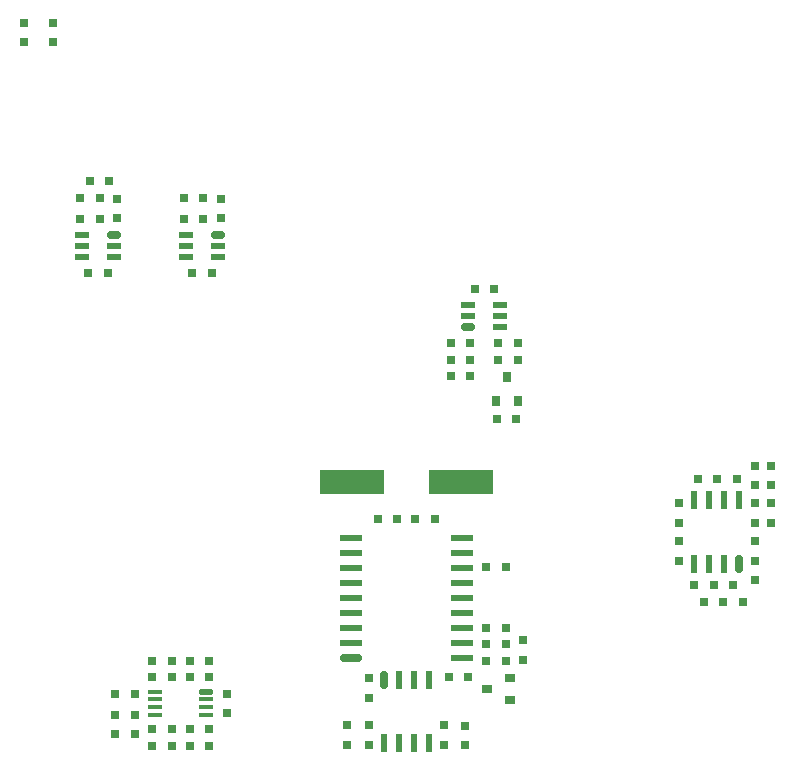
<source format=gbp>
G04*
G04 #@! TF.GenerationSoftware,Altium Limited,Altium Designer,22.1.2 (22)*
G04*
G04 Layer_Color=128*
%FSAX44Y44*%
%MOMM*%
G71*
G04*
G04 #@! TF.SameCoordinates,D4940EDF-FCE3-461B-A7F8-CC2F5B5D0F8E*
G04*
G04*
G04 #@! TF.FilePolarity,Positive*
G04*
G01*
G75*
%ADD15R,0.8000X0.8000*%
%ADD16R,0.8000X0.8000*%
%ADD17R,0.9500X0.8000*%
G04:AMPARAMS|DCode=33|XSize=0.6mm|YSize=1.2mm|CornerRadius=0.15mm|HoleSize=0mm|Usage=FLASHONLY|Rotation=90.000|XOffset=0mm|YOffset=0mm|HoleType=Round|Shape=RoundedRectangle|*
%AMROUNDEDRECTD33*
21,1,0.6000,0.9000,0,0,90.0*
21,1,0.3000,1.2000,0,0,90.0*
1,1,0.3000,0.4500,0.1500*
1,1,0.3000,0.4500,-0.1500*
1,1,0.3000,-0.4500,-0.1500*
1,1,0.3000,-0.4500,0.1500*
%
%ADD33ROUNDEDRECTD33*%
%ADD34R,1.2000X0.6000*%
%ADD35R,0.8000X0.9500*%
%ADD36R,1.1500X0.4500*%
G04:AMPARAMS|DCode=37|XSize=1.15mm|YSize=0.45mm|CornerRadius=0.1125mm|HoleSize=0mm|Usage=FLASHONLY|Rotation=180.000|XOffset=0mm|YOffset=0mm|HoleType=Round|Shape=RoundedRectangle|*
%AMROUNDEDRECTD37*
21,1,1.1500,0.2250,0,0,180.0*
21,1,0.9250,0.4500,0,0,180.0*
1,1,0.2250,-0.4625,0.1125*
1,1,0.2250,0.4625,0.1125*
1,1,0.2250,0.4625,-0.1125*
1,1,0.2250,-0.4625,-0.1125*
%
%ADD37ROUNDEDRECTD37*%
%ADD38R,0.6000X1.5500*%
G04:AMPARAMS|DCode=39|XSize=1.55mm|YSize=0.6mm|CornerRadius=0.15mm|HoleSize=0mm|Usage=FLASHONLY|Rotation=270.000|XOffset=0mm|YOffset=0mm|HoleType=Round|Shape=RoundedRectangle|*
%AMROUNDEDRECTD39*
21,1,1.5500,0.3000,0,0,270.0*
21,1,1.2500,0.6000,0,0,270.0*
1,1,0.3000,-0.1500,-0.6250*
1,1,0.3000,-0.1500,0.6250*
1,1,0.3000,0.1500,0.6250*
1,1,0.3000,0.1500,-0.6250*
%
%ADD39ROUNDEDRECTD39*%
%ADD40R,5.5000X2.0000*%
%ADD41R,1.9000X0.6000*%
G04:AMPARAMS|DCode=42|XSize=1.9mm|YSize=0.6mm|CornerRadius=0.15mm|HoleSize=0mm|Usage=FLASHONLY|Rotation=0.000|XOffset=0mm|YOffset=0mm|HoleType=Round|Shape=RoundedRectangle|*
%AMROUNDEDRECTD42*
21,1,1.9000,0.3000,0,0,0.0*
21,1,1.6000,0.6000,0,0,0.0*
1,1,0.3000,0.8000,-0.1500*
1,1,0.3000,-0.8000,-0.1500*
1,1,0.3000,-0.8000,0.1500*
1,1,0.3000,0.8000,0.1500*
%
%ADD42ROUNDEDRECTD42*%
D15*
X00218250Y00625000D02*
D03*
X00201750D02*
D03*
X00210250Y00611000D02*
D03*
X00193750D02*
D03*
X00210250Y00593000D02*
D03*
X00193750D02*
D03*
X00298250Y00611000D02*
D03*
X00281750D02*
D03*
X00298250Y00593000D02*
D03*
X00281750D02*
D03*
X00200750Y00547000D02*
D03*
X00217250D02*
D03*
X00288750D02*
D03*
X00305250D02*
D03*
X00507750Y00474000D02*
D03*
X00524250Y00474000D02*
D03*
X00507750Y00488000D02*
D03*
X00524250D02*
D03*
Y00460000D02*
D03*
X00507750Y00460000D02*
D03*
X00527750Y00534000D02*
D03*
X00544250D02*
D03*
X00564250Y00488000D02*
D03*
X00547750D02*
D03*
Y00474000D02*
D03*
X00564250Y00474000D02*
D03*
X00546750Y00424000D02*
D03*
X00563250D02*
D03*
X00286750Y00219000D02*
D03*
X00303250D02*
D03*
X00445750Y00339000D02*
D03*
X00462250Y00339000D02*
D03*
X00254750Y00147000D02*
D03*
X00271250D02*
D03*
X00240250Y00191000D02*
D03*
X00223750D02*
D03*
X00303250Y00205000D02*
D03*
X00286750D02*
D03*
Y00161000D02*
D03*
X00303250D02*
D03*
X00303250Y00147000D02*
D03*
X00286750D02*
D03*
X00271250Y00161000D02*
D03*
X00254750D02*
D03*
X00254750Y00219000D02*
D03*
X00271250D02*
D03*
X00254750Y00205000D02*
D03*
X00271250D02*
D03*
X00505750Y00205000D02*
D03*
X00522250D02*
D03*
X00537750Y00233000D02*
D03*
X00554250D02*
D03*
Y00247000D02*
D03*
X00537750Y00247000D02*
D03*
X00554250Y00219000D02*
D03*
X00537750D02*
D03*
X00537750Y00298000D02*
D03*
X00554250D02*
D03*
X00494250Y00339000D02*
D03*
X00477750D02*
D03*
X00716750Y00373000D02*
D03*
X00733250D02*
D03*
X00749750D02*
D03*
X00721750Y00269000D02*
D03*
X00738250D02*
D03*
X00754750D02*
D03*
X00713750Y00283000D02*
D03*
X00730250Y00283000D02*
D03*
X00746750Y00283000D02*
D03*
D16*
X00146000Y00742750D02*
D03*
Y00759250D02*
D03*
X00171000Y00742750D02*
D03*
Y00759250D02*
D03*
X00225000Y00593750D02*
D03*
Y00610250D02*
D03*
X00313000Y00593750D02*
D03*
Y00610250D02*
D03*
X00701000Y00335750D02*
D03*
Y00352250D02*
D03*
Y00320250D02*
D03*
Y00303750D02*
D03*
X00438000Y00187750D02*
D03*
Y00204250D02*
D03*
X00240000Y00173250D02*
D03*
Y00156750D02*
D03*
X00223000D02*
D03*
Y00173250D02*
D03*
X00318000Y00191250D02*
D03*
Y00174750D02*
D03*
X00569000Y00236250D02*
D03*
Y00219750D02*
D03*
X00779000Y00367750D02*
D03*
Y00384250D02*
D03*
X00765000Y00367750D02*
D03*
Y00384250D02*
D03*
X00779000Y00352250D02*
D03*
Y00335750D02*
D03*
X00765000Y00320250D02*
D03*
Y00303750D02*
D03*
Y00287250D02*
D03*
Y00335750D02*
D03*
Y00352250D02*
D03*
X00420000Y00164250D02*
D03*
Y00147750D02*
D03*
X00438000Y00147750D02*
D03*
Y00164250D02*
D03*
X00520000Y00164000D02*
D03*
Y00147500D02*
D03*
X00502000Y00147750D02*
D03*
X00502000Y00164250D02*
D03*
D17*
X00558000Y00204500D02*
D03*
X00538000Y00195000D02*
D03*
X00558000Y00185500D02*
D03*
D33*
X00310500Y00579500D02*
D03*
X00222500D02*
D03*
X00522500Y00501500D02*
D03*
D34*
X00310500Y00570000D02*
D03*
X00310500Y00560500D02*
D03*
X00283500D02*
D03*
X00283500Y00570000D02*
D03*
X00283500Y00579500D02*
D03*
X00222500Y00570000D02*
D03*
X00222500Y00560500D02*
D03*
X00195500D02*
D03*
X00195500Y00570000D02*
D03*
X00195500Y00579500D02*
D03*
X00549500Y00501500D02*
D03*
Y00511000D02*
D03*
Y00520500D02*
D03*
X00522500Y00520500D02*
D03*
X00522500Y00511000D02*
D03*
D35*
X00564500Y00439000D02*
D03*
X00555000Y00459000D02*
D03*
X00545500Y00439000D02*
D03*
D36*
X00257250Y00192750D02*
D03*
Y00186250D02*
D03*
Y00179750D02*
D03*
Y00173250D02*
D03*
X00300750D02*
D03*
Y00179750D02*
D03*
Y00186250D02*
D03*
D37*
Y00192750D02*
D03*
D38*
X00450950Y00149000D02*
D03*
X00463650D02*
D03*
X00476350D02*
D03*
X00489050D02*
D03*
X00463650Y00203000D02*
D03*
X00476350D02*
D03*
X00489050D02*
D03*
X00752050Y00355000D02*
D03*
X00739350Y00355000D02*
D03*
X00726650D02*
D03*
X00713950Y00355000D02*
D03*
X00739350Y00301000D02*
D03*
X00726650D02*
D03*
X00713950D02*
D03*
D39*
X00450950Y00203000D02*
D03*
X00752050Y00301000D02*
D03*
D40*
X00516000Y00370000D02*
D03*
X00424000D02*
D03*
D41*
X00517000Y00221200D02*
D03*
X00517000Y00233900D02*
D03*
X00517000Y00284700D02*
D03*
X00517000Y00272000D02*
D03*
X00517000Y00259300D02*
D03*
Y00246600D02*
D03*
Y00310100D02*
D03*
Y00297400D02*
D03*
Y00322800D02*
D03*
X00423000Y00233900D02*
D03*
Y00246600D02*
D03*
Y00259300D02*
D03*
X00423000Y00272000D02*
D03*
X00423000Y00284700D02*
D03*
Y00297400D02*
D03*
Y00310100D02*
D03*
Y00322800D02*
D03*
D42*
Y00221200D02*
D03*
M02*

</source>
